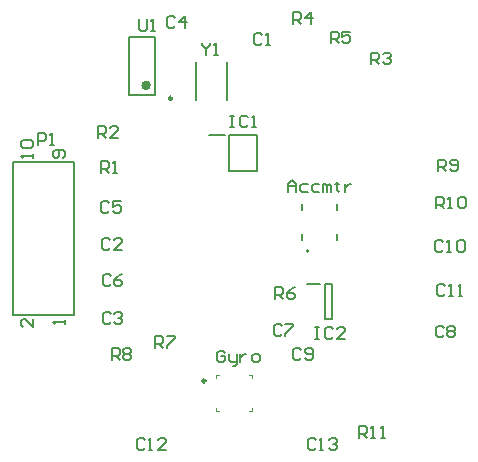
<source format=gto>
G04*
G04 #@! TF.GenerationSoftware,Altium Limited,Altium Designer,23.4.1 (23)*
G04*
G04 Layer_Color=65535*
%FSLAX44Y44*%
%MOMM*%
G71*
G04*
G04 #@! TF.SameCoordinates,64D97932-1E9C-4803-83F2-7C732265FDC7*
G04*
G04*
G04 #@! TF.FilePolarity,Positive*
G04*
G01*
G75*
%ADD10C,0.2540*%
%ADD11C,0.2500*%
%ADD12C,0.4000*%
%ADD13C,0.2000*%
%ADD14C,0.1000*%
%ADD15C,0.1524*%
%ADD16C,0.1520*%
D10*
X181610Y105410D02*
G03*
X181610Y105410I-1270J0D01*
G01*
D11*
X153270Y344560D02*
G03*
X153270Y344560I-1250J0D01*
G01*
D12*
X133270Y355610D02*
G03*
X133270Y355610I-2000J0D01*
G01*
D13*
X267970Y216075D02*
G03*
X267970Y214475I0J-800D01*
G01*
D02*
G03*
X267970Y216075I0J800D01*
G01*
X199690Y343410D02*
Y375410D01*
X173690Y343410D02*
Y375410D01*
X139270Y347610D02*
Y396610D01*
X117270Y347610D02*
Y396610D01*
Y347610D02*
X139270D01*
X117270Y396610D02*
X139270D01*
X18300Y161060D02*
X70600D01*
Y291060D01*
X18300Y161060D02*
Y291060D01*
X70600D01*
X267500Y187720D02*
X279000D01*
X282500Y157970D02*
Y187470D01*
Y157970D02*
X289000D01*
Y187470D01*
X282500D02*
X289000D01*
X184360Y313950D02*
X198360D01*
X201860Y283450D02*
Y313450D01*
Y283450D02*
X224860D01*
Y313450D01*
X201860D02*
X224860D01*
X293130Y250030D02*
Y255030D01*
Y225030D02*
Y230030D01*
X263130Y250030D02*
Y255030D01*
Y225030D02*
Y230030D01*
X311750Y57232D02*
Y67228D01*
X316749D01*
X318415Y65562D01*
Y62230D01*
X316749Y60564D01*
X311750D01*
X315082D02*
X318415Y57232D01*
X321747D02*
X325079D01*
X323413D01*
Y67228D01*
X321747Y65562D01*
X330078Y57232D02*
X333410D01*
X331744D01*
Y67228D01*
X330078Y65562D01*
X251472Y265512D02*
Y272176D01*
X254804Y275508D01*
X258137Y272176D01*
Y265512D01*
Y270510D01*
X251472D01*
X268133Y272176D02*
X263135D01*
X261469Y270510D01*
Y267178D01*
X263135Y265512D01*
X268133D01*
X278130Y272176D02*
X273132D01*
X271465Y270510D01*
Y267178D01*
X273132Y265512D01*
X278130D01*
X281462D02*
Y272176D01*
X283128D01*
X284795Y270510D01*
Y265512D01*
Y270510D01*
X286461Y272176D01*
X288127Y270510D01*
Y265512D01*
X293125Y273842D02*
Y272176D01*
X291459D01*
X294791D01*
X293125D01*
Y267178D01*
X294791Y265512D01*
X299790Y272176D02*
Y265512D01*
Y268844D01*
X301456Y270510D01*
X303122Y272176D01*
X304788D01*
X100944Y224911D02*
X99278Y226577D01*
X95946D01*
X94279Y224911D01*
Y218247D01*
X95946Y216581D01*
X99278D01*
X100944Y218247D01*
X110941Y216581D02*
X104276D01*
X110941Y223245D01*
Y224911D01*
X109275Y226577D01*
X105942D01*
X104276Y224911D01*
X101204Y162082D02*
X99538Y163748D01*
X96206D01*
X94539Y162082D01*
Y155418D01*
X96206Y153752D01*
X99538D01*
X101204Y155418D01*
X104536Y162082D02*
X106202Y163748D01*
X109535D01*
X111201Y162082D01*
Y160416D01*
X109535Y158750D01*
X107868D01*
X109535D01*
X111201Y157084D01*
Y155418D01*
X109535Y153752D01*
X106202D01*
X104536Y155418D01*
X99934Y256062D02*
X98268Y257728D01*
X94936D01*
X93269Y256062D01*
Y249398D01*
X94936Y247732D01*
X98268D01*
X99934Y249398D01*
X109931Y257728D02*
X103266D01*
Y252730D01*
X106598Y254396D01*
X108265D01*
X109931Y252730D01*
Y249398D01*
X108265Y247732D01*
X104932D01*
X103266Y249398D01*
X101204Y194474D02*
X99538Y196140D01*
X96206D01*
X94539Y194474D01*
Y187810D01*
X96206Y186143D01*
X99538D01*
X101204Y187810D01*
X111201Y196140D02*
X107868Y194474D01*
X104536Y191142D01*
Y187810D01*
X106202Y186143D01*
X109535D01*
X111201Y187810D01*
Y189476D01*
X109535Y191142D01*
X104536D01*
X245984Y151922D02*
X244318Y153588D01*
X240986D01*
X239319Y151922D01*
Y145258D01*
X240986Y143592D01*
X244318D01*
X245984Y145258D01*
X249316Y153588D02*
X255981D01*
Y151922D01*
X249316Y145258D01*
Y143592D01*
X383144Y150579D02*
X381478Y152245D01*
X378145D01*
X376479Y150579D01*
Y143915D01*
X378145Y142248D01*
X381478D01*
X383144Y143915D01*
X386476Y150579D02*
X388142Y152245D01*
X391474D01*
X393141Y150579D01*
Y148913D01*
X391474Y147247D01*
X393141Y145581D01*
Y143915D01*
X391474Y142248D01*
X388142D01*
X386476Y143915D01*
Y145581D01*
X388142Y147247D01*
X386476Y148913D01*
Y150579D01*
X388142Y147247D02*
X391474D01*
X262494Y131602D02*
X260828Y133268D01*
X257495D01*
X255829Y131602D01*
Y124938D01*
X257495Y123272D01*
X260828D01*
X262494Y124938D01*
X265826D02*
X267492Y123272D01*
X270825D01*
X272491Y124938D01*
Y131602D01*
X270825Y133268D01*
X267492D01*
X265826Y131602D01*
Y129936D01*
X267492Y128270D01*
X272491D01*
X382789Y223042D02*
X381122Y224708D01*
X377790D01*
X376124Y223042D01*
Y216378D01*
X377790Y214712D01*
X381122D01*
X382789Y216378D01*
X386121Y214712D02*
X389453D01*
X387787D01*
Y224708D01*
X386121Y223042D01*
X394451D02*
X396118Y224708D01*
X399450D01*
X401116Y223042D01*
Y216378D01*
X399450Y214712D01*
X396118D01*
X394451Y216378D01*
Y223042D01*
X384195Y185692D02*
X382529Y187358D01*
X379196D01*
X377530Y185692D01*
Y179028D01*
X379196Y177362D01*
X382529D01*
X384195Y179028D01*
X387527Y177362D02*
X390859D01*
X389193D01*
Y187358D01*
X387527Y185692D01*
X395858Y177362D02*
X399190D01*
X397524D01*
Y187358D01*
X395858Y185692D01*
X130059Y55402D02*
X128392Y57068D01*
X125060D01*
X123394Y55402D01*
Y48738D01*
X125060Y47072D01*
X128392D01*
X130059Y48738D01*
X133391Y47072D02*
X136723D01*
X135057D01*
Y57068D01*
X133391Y55402D01*
X148386Y47072D02*
X141721D01*
X148386Y53736D01*
Y55402D01*
X146720Y57068D01*
X143387D01*
X141721Y55402D01*
X274839D02*
X273172Y57068D01*
X269840D01*
X268174Y55402D01*
Y48738D01*
X269840Y47072D01*
X273172D01*
X274839Y48738D01*
X278171Y47072D02*
X281503D01*
X279837D01*
Y57068D01*
X278171Y55402D01*
X286501D02*
X288167Y57068D01*
X291500D01*
X293166Y55402D01*
Y53736D01*
X291500Y52070D01*
X289834D01*
X291500D01*
X293166Y50404D01*
Y48738D01*
X291500Y47072D01*
X288167D01*
X286501Y48738D01*
X197887Y129458D02*
X196221Y131124D01*
X192889D01*
X191223Y129458D01*
Y122794D01*
X192889Y121128D01*
X196221D01*
X197887Y122794D01*
Y126126D01*
X194555D01*
X201219Y127792D02*
Y122794D01*
X202885Y121128D01*
X207884D01*
Y119462D01*
X206218Y117795D01*
X204552D01*
X207884Y121128D02*
Y127792D01*
X211216D02*
Y121128D01*
Y124460D01*
X212882Y126126D01*
X214548Y127792D01*
X216215D01*
X222879Y121128D02*
X226211D01*
X227877Y122794D01*
Y126126D01*
X226211Y127792D01*
X222879D01*
X221213Y126126D01*
Y122794D01*
X222879Y121128D01*
X202530Y330118D02*
X205863D01*
X204196D01*
Y320122D01*
X202530D01*
X205863D01*
X217525Y328452D02*
X215859Y330118D01*
X212527D01*
X210861Y328452D01*
Y321788D01*
X212527Y320122D01*
X215859D01*
X217525Y321788D01*
X220858Y320122D02*
X224190D01*
X222524D01*
Y330118D01*
X220858Y328452D01*
X274524Y151048D02*
X277856D01*
X276190D01*
Y141052D01*
X274524D01*
X277856D01*
X289519Y149382D02*
X287853Y151048D01*
X284521D01*
X282855Y149382D01*
Y142718D01*
X284521Y141052D01*
X287853D01*
X289519Y142718D01*
X299516Y141052D02*
X292851D01*
X299516Y147716D01*
Y149382D01*
X297850Y151048D01*
X294517D01*
X292851Y149382D01*
X93556Y281795D02*
Y291791D01*
X98554D01*
X100220Y290125D01*
Y286793D01*
X98554Y285127D01*
X93556D01*
X96888D02*
X100220Y281795D01*
X103553D02*
X106885D01*
X105219D01*
Y291791D01*
X103553Y290125D01*
X321869Y373462D02*
Y383458D01*
X326868D01*
X328534Y381792D01*
Y378460D01*
X326868Y376794D01*
X321869D01*
X325202D02*
X328534Y373462D01*
X331866Y381792D02*
X333532Y383458D01*
X336865D01*
X338531Y381792D01*
Y380126D01*
X336865Y378460D01*
X335198D01*
X336865D01*
X338531Y376794D01*
Y375128D01*
X336865Y373462D01*
X333532D01*
X331866Y375128D01*
X255829Y407752D02*
Y417748D01*
X260828D01*
X262494Y416082D01*
Y412750D01*
X260828Y411084D01*
X255829D01*
X259162D02*
X262494Y407752D01*
X270825D02*
Y417748D01*
X265826Y412750D01*
X272491D01*
X287579Y391242D02*
Y401238D01*
X292578D01*
X294244Y399572D01*
Y396240D01*
X292578Y394574D01*
X287579D01*
X290912D02*
X294244Y391242D01*
X304241Y401238D02*
X297576D01*
Y396240D01*
X300908Y397906D01*
X302575D01*
X304241Y396240D01*
Y392908D01*
X302575Y391242D01*
X299242D01*
X297576Y392908D01*
X240764Y174612D02*
Y184608D01*
X245763D01*
X247429Y182942D01*
Y179610D01*
X245763Y177944D01*
X240764D01*
X244096D02*
X247429Y174612D01*
X257425Y184608D02*
X254093Y182942D01*
X250761Y179610D01*
Y176278D01*
X252427Y174612D01*
X255759D01*
X257425Y176278D01*
Y177944D01*
X255759Y179610D01*
X250761D01*
X138989Y133432D02*
Y143428D01*
X143988D01*
X145654Y141762D01*
Y138430D01*
X143988Y136764D01*
X138989D01*
X142322D02*
X145654Y133432D01*
X148986Y143428D02*
X155651D01*
Y141762D01*
X148986Y135098D01*
Y133432D01*
X102159Y123272D02*
Y133268D01*
X107158D01*
X108824Y131602D01*
Y128270D01*
X107158Y126604D01*
X102159D01*
X105492D02*
X108824Y123272D01*
X112156Y131602D02*
X113822Y133268D01*
X117155D01*
X118821Y131602D01*
Y129936D01*
X117155Y128270D01*
X118821Y126604D01*
Y124938D01*
X117155Y123272D01*
X113822D01*
X112156Y124938D01*
Y126604D01*
X113822Y128270D01*
X112156Y129936D01*
Y131602D01*
X113822Y128270D02*
X117155D01*
X378809Y282856D02*
Y292853D01*
X383808D01*
X385474Y291186D01*
Y287854D01*
X383808Y286188D01*
X378809D01*
X382142D02*
X385474Y282856D01*
X388806Y284522D02*
X390472Y282856D01*
X393805D01*
X395471Y284522D01*
Y291186D01*
X393805Y292853D01*
X390472D01*
X388806Y291186D01*
Y289520D01*
X390472Y287854D01*
X395471D01*
X377184Y251425D02*
Y261421D01*
X382182D01*
X383849Y259755D01*
Y256423D01*
X382182Y254757D01*
X377184D01*
X380516D02*
X383849Y251425D01*
X387181D02*
X390513D01*
X388847D01*
Y261421D01*
X387181Y259755D01*
X395511D02*
X397178Y261421D01*
X400510D01*
X402176Y259755D01*
Y253091D01*
X400510Y251425D01*
X397178D01*
X395511Y253091D01*
Y259755D01*
D14*
X220740Y107750D02*
Y110250D01*
X218240D02*
X220740D01*
Y80250D02*
Y82750D01*
X218240Y80250D02*
X220740D01*
X190740D02*
X193240D01*
X190740D02*
Y82750D01*
Y110250D02*
X193240D01*
X190740Y107750D02*
Y110250D01*
D15*
X35450Y294160D02*
Y297546D01*
Y295853D01*
X25293D01*
X26986Y294160D01*
Y302624D02*
X25293Y304317D01*
Y307702D01*
X26986Y309395D01*
X33757D01*
X35450Y307702D01*
Y304317D01*
X33757Y302624D01*
X26986D01*
X60757Y294160D02*
X62450Y295853D01*
Y299238D01*
X60757Y300931D01*
X53986D01*
X52293Y299238D01*
Y295853D01*
X53986Y294160D01*
X55679D01*
X57372Y295853D01*
Y300931D01*
X62450Y153960D02*
Y157346D01*
Y155653D01*
X52293D01*
X53986Y153960D01*
X35450Y157731D02*
Y150960D01*
X28679Y157731D01*
X26986D01*
X25293Y156038D01*
Y152653D01*
X26986Y150960D01*
D16*
X90596Y311253D02*
Y321410D01*
X95674D01*
X97367Y319717D01*
Y316331D01*
X95674Y314639D01*
X90596D01*
X93982D02*
X97367Y311253D01*
X107524D02*
X100753D01*
X107524Y318024D01*
Y319717D01*
X105831Y321410D01*
X102446D01*
X100753Y319717D01*
X229242Y398566D02*
X227549Y400258D01*
X224163D01*
X222471Y398566D01*
Y391794D01*
X224163Y390102D01*
X227549D01*
X229242Y391794D01*
X232628Y390102D02*
X236013D01*
X234320D01*
Y400258D01*
X232628Y398566D01*
X155787Y412326D02*
X154094Y414018D01*
X150709D01*
X149016Y412326D01*
Y405554D01*
X150709Y403862D01*
X154094D01*
X155787Y405554D01*
X164251Y403862D02*
Y414018D01*
X159173Y408940D01*
X165944D01*
X40219Y304802D02*
Y314958D01*
X45297D01*
X46990Y313266D01*
Y309880D01*
X45297Y308187D01*
X40219D01*
X50376Y304802D02*
X53761D01*
X52068D01*
Y314958D01*
X50376Y313266D01*
X125309Y411478D02*
Y403014D01*
X127002Y401322D01*
X130387D01*
X132080Y403014D01*
Y411478D01*
X135466Y401322D02*
X138851D01*
X137158D01*
Y411478D01*
X135466Y409786D01*
X178649Y391358D02*
Y389666D01*
X182034Y386280D01*
X185420Y389666D01*
Y391358D01*
X182034Y386280D02*
Y381202D01*
X188806D02*
X192191D01*
X190498D01*
Y391358D01*
X188806Y389666D01*
M02*

</source>
